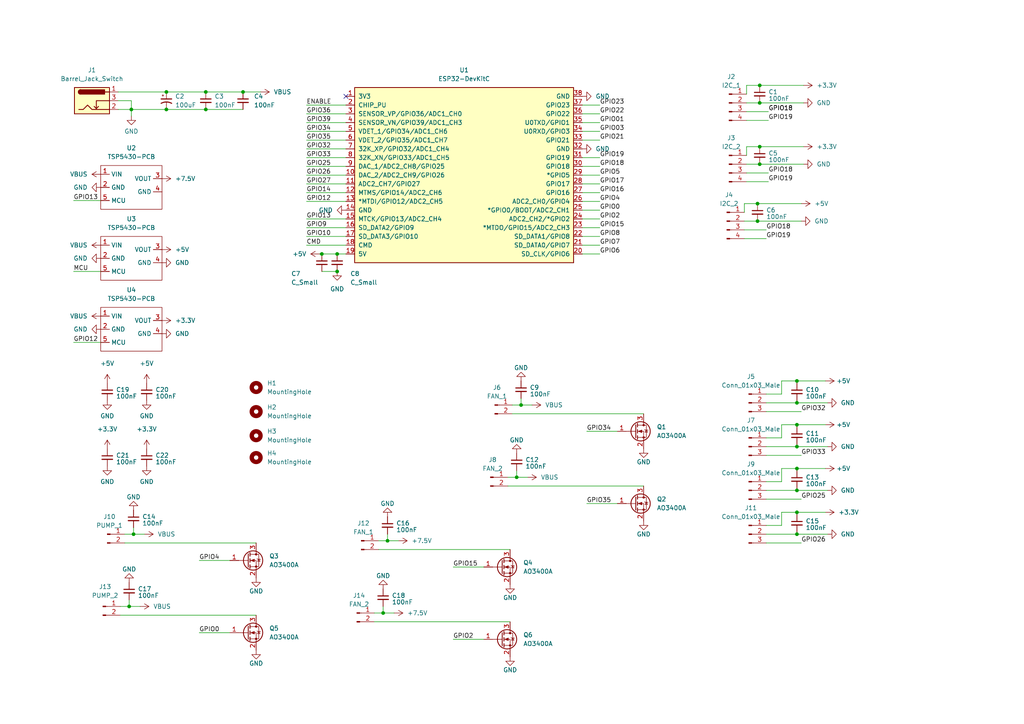
<source format=kicad_sch>
(kicad_sch (version 20211123) (generator eeschema)
  (paper "A4")
  (lib_symbols
    (symbol "#Wegner:TSP5430-PCB"
      (property "Reference" "U" (at 0 -8.89 0))
      (property "Value" "TSP5430-PCB" (at 0 8.89 0))
      (symbol "TSP5430-PCB_0_1"
        (rectangle (start -8.89 6.35) (end 8.89 -6.35))
      )
      (symbol "TSP5430-PCB_1_1"
        (pin input line (at -8.89 3.81 0) (length 2.54) (name "VIN") (number "1"))
        (pin input line (at -8.89 0 0) (length 2.54) (name "GND") (number "2"))
        (pin output line (at 8.89 2.54 180) (length 2.54) (name "VOUT") (number "3"))
        (pin output line (at 8.89 -1.27 180) (length 2.54) (name "GND") (number "4"))
        (pin input line (at -8.89 -3.81 0) (length 2.54) (name "MCU") (number "5"))
      )
    )
    (symbol "Connector:Barrel_Jack_Switch" (pin_names hide)
      (property "Reference" "J" (at 0 5.334 0))
      (property "Value" "Barrel_Jack_Switch" (at 0 -5.08 0))
      (symbol "Barrel_Jack_Switch_0_1"
        (rectangle (start -5.08 3.81) (end 5.08 -3.81) (stroke (width 0.254)) (fill (type background)))
        (arc (start -3.302 3.175) (mid -3.937 2.54) (end -3.302 1.905) (stroke (width 0.254)))
        (arc (start -3.302 3.175) (mid -3.937 2.54) (end -3.302 1.905) (stroke (width 0.254)) (fill (type outline)))
        (polyline (pts (xy 1.27 -2.286) (xy 1.905 -1.651)) (stroke (width 0.254)))
        (polyline (pts (xy 5.08 2.54) (xy 3.81 2.54)) (stroke (width 0.254)))
        (polyline (pts (xy 5.08 0) (xy 1.27 0) (xy 1.27 -2.286) (xy 0.635 -1.651)) (stroke (width 0.254)))
        (polyline (pts (xy -3.81 -2.54) (xy -2.54 -2.54) (xy -1.27 -1.27) (xy 0 -2.54) (xy 2.54 -2.54) (xy 5.08 -2.54)) (stroke (width 0.254)))
        (rectangle (start 3.683 3.175) (end -3.302 1.905) (stroke (width 0.254)) (fill (type outline)))
      )
      (symbol "Barrel_Jack_Switch_1_1"
        (pin passive line (at 7.62 2.54 180) (length 2.54) (name "~") (number "1"))
        (pin passive line (at 7.62 -2.54 180) (length 2.54) (name "~") (number "2"))
        (pin passive line (at 7.62 0 180) (length 2.54) (name "~") (number "3"))
      )
    )
    (symbol "Connector:Conn_01x02_Male" (pin_names (offset 1.016) hide)
      (property "Reference" "J" (at 0 2.54 0))
      (property "Value" "Conn_01x02_Male" (at 0 -5.08 0))
      (symbol "Conn_01x02_Male_1_1"
        (polyline (pts (xy 1.27 -2.54) (xy 0.8636 -2.54)) (stroke (width 0.1524)))
        (polyline (pts (xy 1.27 0) (xy 0.8636 0)) (stroke (width 0.1524)))
        (rectangle (start 0.8636 -2.413) (end 0 -2.667) (stroke (width 0.1524)) (fill (type outline)))
        (rectangle (start 0.8636 0.127) (end 0 -0.127) (stroke (width 0.1524)) (fill (type outline)))
        (pin passive line (at 5.08 0 180) (length 3.81) (name "Pin_1") (number "1"))
        (pin passive line (at 5.08 -2.54 180) (length 3.81) (name "Pin_2") (number "2"))
      )
    )
    (symbol "Connector:Conn_01x03_Male" (pin_names (offset 1.016) hide)
      (property "Reference" "J" (at 0 5.08 0))
      (property "Value" "Conn_01x03_Male" (at 0 -5.08 0))
      (symbol "Conn_01x03_Male_1_1"
        (polyline (pts (xy 1.27 -2.54) (xy 0.8636 -2.54)) (stroke (width 0.1524)))
        (polyline (pts (xy 1.27 0) (xy 0.8636 0)) (stroke (width 0.1524)))
        (polyline (pts (xy 1.27 2.54) (xy 0.8636 2.54)) (stroke (width 0.1524)))
        (rectangle (start 0.8636 -2.413) (end 0 -2.667) (stroke (width 0.1524)) (fill (type outline)))
        (rectangle (start 0.8636 0.127) (end 0 -0.127) (stroke (width 0.1524)) (fill (type outline)))
        (rectangle (start 0.8636 2.667) (end 0 2.413) (stroke (width 0.1524)) (fill (type outline)))
        (pin passive line (at 5.08 2.54 180) (length 3.81) (name "Pin_1") (number "1"))
        (pin passive line (at 5.08 0 180) (length 3.81) (name "Pin_2") (number "2"))
        (pin passive line (at 5.08 -2.54 180) (length 3.81) (name "Pin_3") (number "3"))
      )
    )
    (symbol "Connector:Conn_01x04_Male" (pin_names (offset 1.016) hide)
      (property "Reference" "J" (at 0 5.08 0))
      (property "Value" "Conn_01x04_Male" (at 0 -7.62 0))
      (symbol "Conn_01x04_Male_1_1"
        (polyline (pts (xy 1.27 -5.08) (xy 0.8636 -5.08)) (stroke (width 0.1524)))
        (polyline (pts (xy 1.27 -2.54) (xy 0.8636 -2.54)) (stroke (width 0.1524)))
        (polyline (pts (xy 1.27 0) (xy 0.8636 0)) (stroke (width 0.1524)))
        (polyline (pts (xy 1.27 2.54) (xy 0.8636 2.54)) (stroke (width 0.1524)))
        (rectangle (start 0.8636 -4.953) (end 0 -5.207) (stroke (width 0.1524)) (fill (type outline)))
        (rectangle (start 0.8636 -2.413) (end 0 -2.667) (stroke (width 0.1524)) (fill (type outline)))
        (rectangle (start 0.8636 0.127) (end 0 -0.127) (stroke (width 0.1524)) (fill (type outline)))
        (rectangle (start 0.8636 2.667) (end 0 2.413) (stroke (width 0.1524)) (fill (type outline)))
        (pin passive line (at 5.08 2.54 180) (length 3.81) (name "Pin_1") (number "1"))
        (pin passive line (at 5.08 0 180) (length 3.81) (name "Pin_2") (number "2"))
        (pin passive line (at 5.08 -2.54 180) (length 3.81) (name "Pin_3") (number "3"))
        (pin passive line (at 5.08 -5.08 180) (length 3.81) (name "Pin_4") (number "4"))
      )
    )
    (symbol "Device:C_Polarized_Small_US" (pin_numbers hide) (pin_names (offset 0.254) hide)
      (property "Reference" "C" (at 0.254 1.778 0))
      (property "Value" "C_Polarized_Small_US" (at 0.254 -2.032 0))
      (symbol "C_Polarized_Small_US_0_1"
        (polyline (pts (xy -1.524 0.508) (xy 1.524 0.508)) (stroke (width 0.3048)))
        (polyline (pts (xy -1.27 1.524) (xy -0.762 1.524)))
        (polyline (pts (xy -1.016 1.27) (xy -1.016 1.778)))
        (arc (start 1.524 -0.762) (mid 0 -0.3734) (end -1.524 -0.762) (stroke (width 0.3048)))
      )
      (symbol "C_Polarized_Small_US_1_1"
        (pin passive line (at 0 2.54 270) (length 2.032) (name "~") (number "1"))
        (pin passive line (at 0 -2.54 90) (length 2.032) (name "~") (number "2"))
      )
    )
    (symbol "Device:C_Small" (pin_numbers hide) (pin_names (offset 0.254) hide)
      (property "Reference" "C" (at 0.254 1.778 0))
      (property "Value" "C_Small" (at 0.254 -2.032 0))
      (symbol "C_Small_0_1"
        (polyline (pts (xy -1.524 -0.508) (xy 1.524 -0.508)) (stroke (width 0.3302)))
        (polyline (pts (xy -1.524 0.508) (xy 1.524 0.508)) (stroke (width 0.3048)))
      )
      (symbol "C_Small_1_1"
        (pin passive line (at 0 2.54 270) (length 2.032) (name "~") (number "1"))
        (pin passive line (at 0 -2.54 90) (length 2.032) (name "~") (number "2"))
      )
    )
    (symbol "ESP32:ESP32-DevKitC" (pin_names (offset 1.016))
      (property "Reference" "U" (at -30.48 30.48 0))
      (property "Value" "ESP32-DevKitC" (at -30.48 27.94 0))
      (symbol "ESP32-DevKitC_0_0"
        (pin power_in line (at -33.02 -10.16 0) (length 2.54) (name "GND") (number "14"))
        (pin power_in line (at -33.02 -22.86 0) (length 2.54) (name "5V") (number "19"))
      )
      (symbol "ESP32-DevKitC_0_1"
        (rectangle (start -30.48 25.4) (end 33.02 -25.4) (stroke (width 0.254)) (fill (type background)))
      )
      (symbol "ESP32-DevKitC_1_1"
        (pin power_in line (at -33.02 22.86 0) (length 2.54) (name "3V3") (number "1"))
        (pin bidirectional line (at -33.02 0 0) (length 2.54) (name "DAC_2/ADC2_CH9/GPIO26") (number "10"))
        (pin bidirectional line (at -33.02 -2.54 0) (length 2.54) (name "ADC2_CH7/GPIO27") (number "11"))
        (pin bidirectional line (at -33.02 -5.08 0) (length 2.54) (name "MTMS/GPIO14/ADC2_CH6") (number "12"))
        (pin bidirectional line (at -33.02 -7.62 0) (length 2.54) (name "*MTDI/GPIO12/ADC2_CH5") (number "13"))
        (pin bidirectional line (at -33.02 -12.7 0) (length 2.54) (name "MTCK/GPIO13/ADC2_CH4") (number "15"))
        (pin bidirectional line (at -33.02 -15.24 0) (length 2.54) (name "SD_DATA2/GPIO9") (number "16"))
        (pin bidirectional line (at -33.02 -17.78 0) (length 2.54) (name "SD_DATA3/GPIO10") (number "17"))
        (pin bidirectional line (at -33.02 -20.32 0) (length 2.54) (name "CMD") (number "18"))
        (pin input line (at -33.02 20.32 0) (length 2.54) (name "CHIP_PU") (number "2"))
        (pin bidirectional line (at 35.56 -22.86 180) (length 2.54) (name "SD_CLK/GPIO6") (number "20"))
        (pin bidirectional line (at 35.56 -20.32 180) (length 2.54) (name "SD_DATA0/GPIO7") (number "21"))
        (pin bidirectional line (at 35.56 -17.78 180) (length 2.54) (name "SD_DATA1/GPIO8") (number "22"))
        (pin bidirectional line (at 35.56 -15.24 180) (length 2.54) (name "*MTDO/GPIO15/ADC2_CH3") (number "23"))
        (pin bidirectional line (at 35.56 -12.7 180) (length 2.54) (name "ADC2_CH2/*GPIO2") (number "24"))
        (pin bidirectional line (at 35.56 -10.16 180) (length 2.54) (name "*GPIO0/BOOT/ADC2_CH1") (number "25"))
        (pin bidirectional line (at 35.56 -7.62 180) (length 2.54) (name "ADC2_CH0/GPIO4") (number "26"))
        (pin bidirectional line (at 35.56 -5.08 180) (length 2.54) (name "GPIO16") (number "27"))
        (pin bidirectional line (at 35.56 -2.54 180) (length 2.54) (name "GPIO17") (number "28"))
        (pin bidirectional line (at 35.56 0 180) (length 2.54) (name "*GPIO5") (number "29"))
        (pin input line (at -33.02 17.78 0) (length 2.54) (name "SENSOR_VP/GPIO36/ADC1_CH0") (number "3"))
        (pin bidirectional line (at 35.56 2.54 180) (length 2.54) (name "GPIO18") (number "30"))
        (pin bidirectional line (at 35.56 5.08 180) (length 2.54) (name "GPIO19") (number "31"))
        (pin power_in line (at 35.56 7.62 180) (length 2.54) (name "GND") (number "32"))
        (pin bidirectional line (at 35.56 10.16 180) (length 2.54) (name "GPIO21") (number "33"))
        (pin bidirectional line (at 35.56 12.7 180) (length 2.54) (name "U0RXD/GPIO3") (number "34"))
        (pin bidirectional line (at 35.56 15.24 180) (length 2.54) (name "U0TXD/GPIO1") (number "35"))
        (pin bidirectional line (at 35.56 17.78 180) (length 2.54) (name "GPIO22") (number "36"))
        (pin bidirectional line (at 35.56 20.32 180) (length 2.54) (name "GPIO23") (number "37"))
        (pin power_in line (at 35.56 22.86 180) (length 2.54) (name "GND") (number "38"))
        (pin input line (at -33.02 15.24 0) (length 2.54) (name "SENSOR_VN/GPIO39/ADC1_CH3") (number "4"))
        (pin input line (at -33.02 12.7 0) (length 2.54) (name "VDET_1/GPIO34/ADC1_CH6") (number "5"))
        (pin input line (at -33.02 10.16 0) (length 2.54) (name "VDET_2/GPIO35/ADC1_CH7") (number "6"))
        (pin bidirectional line (at -33.02 7.62 0) (length 2.54) (name "32K_XP/GPIO32/ADC1_CH4") (number "7"))
        (pin bidirectional line (at -33.02 5.08 0) (length 2.54) (name "32K_XN/GPIO33/ADC1_CH5") (number "8"))
        (pin bidirectional line (at -33.02 2.54 0) (length 2.54) (name "DAC_1/ADC2_CH8/GPIO25") (number "9"))
      )
    )
    (symbol "Mechanical:MountingHole" (pin_names (offset 1.016))
      (property "Reference" "H" (at 0 5.08 0))
      (property "Value" "MountingHole" (at 0 3.175 0))
      (symbol "MountingHole_0_1"
        (circle (center 0 0) (radius 1.27) (stroke (width 1.27)))
      )
    )
    (symbol "Transistor_FET:AO3400A" (pin_names hide)
      (property "Reference" "Q" (at 5.08 1.905 0))
      (property "Value" "AO3400A" (at 5.08 0 0))
      (symbol "AO3400A_0_1"
        (polyline (pts (xy 0.254 0) (xy -2.54 0)))
        (polyline (pts (xy 0.254 1.905) (xy 0.254 -1.905)) (stroke (width 0.254)))
        (polyline (pts (xy 0.762 -1.27) (xy 0.762 -2.286)) (stroke (width 0.254)))
        (polyline (pts (xy 0.762 0.508) (xy 0.762 -0.508)) (stroke (width 0.254)))
        (polyline (pts (xy 0.762 2.286) (xy 0.762 1.27)) (stroke (width 0.254)))
        (polyline (pts (xy 2.54 2.54) (xy 2.54 1.778)))
        (polyline (pts (xy 2.54 -2.54) (xy 2.54 0) (xy 0.762 0)))
        (polyline (pts (xy 0.762 -1.778) (xy 3.302 -1.778) (xy 3.302 1.778) (xy 0.762 1.778)))
        (polyline (pts (xy 1.016 0) (xy 2.032 0.381) (xy 2.032 -0.381) (xy 1.016 0)) (fill (type outline)))
        (polyline (pts (xy 2.794 0.508) (xy 2.921 0.381) (xy 3.683 0.381) (xy 3.81 0.254)))
        (polyline (pts (xy 3.302 0.381) (xy 2.921 -0.254) (xy 3.683 -0.254) (xy 3.302 0.381)))
        (circle (center 1.651 0) (radius 2.794) (stroke (width 0.254)))
        (circle (center 2.54 -1.778) (radius 0.254) (fill (type outline)))
        (circle (center 2.54 1.778) (radius 0.254) (fill (type outline)))
      )
      (symbol "AO3400A_1_1"
        (pin input line (at -5.08 0 0) (length 2.54) (name "G") (number "1"))
        (pin passive line (at 2.54 -5.08 90) (length 2.54) (name "S") (number "2"))
        (pin passive line (at 2.54 5.08 270) (length 2.54) (name "D") (number "3"))
      )
    )
    (symbol "power:+3.3V" (power) (pin_names (offset 0))
      (property "Value" "+3.3V" (at 0 3.556 0))
      (symbol "+3.3V_0_1"
        (polyline (pts (xy -0.762 1.27) (xy 0 2.54)))
        (polyline (pts (xy 0 0) (xy 0 2.54)))
        (polyline (pts (xy 0 2.54) (xy 0.762 1.27)))
      )
      (symbol "+3.3V_1_1"
        (pin power_in line (at 0 0 90) (length 0) hide (name "+3.3V") (number "1"))
      )
    )
    (symbol "power:+5V" (power) (pin_names (offset 0))
      (property "Value" "+5V" (at 0 3.556 0))
      (symbol "+5V_0_1"
        (polyline (pts (xy -0.762 1.27) (xy 0 2.54)))
        (polyline (pts (xy 0 0) (xy 0 2.54)))
        (polyline (pts (xy 0 2.54) (xy 0.762 1.27)))
      )
      (symbol "+5V_1_1"
        (pin power_in line (at 0 0 90) (length 0) hide (name "+5V") (number "1"))
      )
    )
    (symbol "power:+7.5V" (power) (pin_names (offset 0))
      (property "Value" "+7.5V" (at 0 3.556 0))
      (symbol "+7.5V_0_1"
        (polyline (pts (xy -0.762 1.27) (xy 0 2.54)))
        (polyline (pts (xy 0 0) (xy 0 2.54)))
        (polyline (pts (xy 0 2.54) (xy 0.762 1.27)))
      )
      (symbol "+7.5V_1_1"
        (pin power_in line (at 0 0 90) (length 0) hide (name "+7.5V") (number "1"))
      )
    )
    (symbol "power:GND" (power) (pin_names (offset 0))
      (property "Value" "GND" (at 0 -3.81 0))
      (symbol "GND_0_1"
        (polyline (pts (xy 0 0) (xy 0 -1.27) (xy 1.27 -1.27) (xy 0 -2.54) (xy -1.27 -1.27) (xy 0 -1.27)))
      )
      (symbol "GND_1_1"
        (pin power_in line (at 0 0 270) (length 0) hide (name "GND") (number "1"))
      )
    )
    (symbol "power:VBUS" (power) (pin_names (offset 0))
      (property "Value" "VBUS" (at 0 3.81 0))
      (symbol "VBUS_0_1"
        (polyline (pts (xy -0.762 1.27) (xy 0 2.54)))
        (polyline (pts (xy 0 0) (xy 0 2.54)))
        (polyline (pts (xy 0 2.54) (xy 0.762 1.27)))
      )
      (symbol "VBUS_1_1"
        (pin power_in line (at 0 0 90) (length 0) hide (name "VBUS") (number "1"))
      )
    )
  )
  (junction (at 220.345 24.765))
  (junction (at 59.69 26.67))
  (junction (at 97.79 73.66))
  (junction (at 149.86 138.43))
  (junction (at 231.14 123.19))
  (junction (at 97.79 78.74))
  (junction (at 219.71 64.135))
  (junction (at 231.14 110.49))
  (junction (at 111.125 177.8))
  (junction (at 70.485 26.67))
  (junction (at 93.345 73.66))
  (junction (at 231.14 142.24))
  (junction (at 231.14 154.94))
  (junction (at 151.13 117.475))
  (junction (at 38.735 154.94))
  (junction (at 220.345 42.545))
  (junction (at 220.345 47.625))
  (junction (at 231.14 148.59))
  (junction (at 112.395 156.845))
  (junction (at 38.1 31.75))
  (junction (at 220.345 29.845))
  (junction (at 231.14 116.84))
  (junction (at 48.26 31.75))
  (junction (at 231.14 135.89))
  (junction (at 48.26 26.67))
  (junction (at 231.14 129.54))
  (junction (at 37.465 175.895))
  (junction (at 219.71 59.055))
  (junction (at 59.69 31.75))
  (no_connect (at 100.33 27.94))
  (wire (pts (xy 147.32 140.97) (xy 186.69 140.97)))
  (wire (pts (xy 88.9 63.5) (xy 100.33 63.5)))
  (wire (pts (xy 168.91 45.72) (xy 173.99 45.72)))
  (wire (pts (xy 231.14 154.305) (xy 231.14 154.94)))
  (wire (pts (xy 216.535 32.385) (xy 222.885 32.385)))
  (wire (pts (xy 168.91 60.96) (xy 173.99 60.96)))
  (wire (pts (xy 168.91 40.64) (xy 173.99 40.64)))
  (wire (pts (xy 168.91 71.12) (xy 173.99 71.12)))
  (wire (pts (xy 34.925 178.435) (xy 74.295 178.435)))
  (wire (pts (xy 147.32 138.43) (xy 149.86 138.43)))
  (wire (pts (xy 231.14 123.825) (xy 231.14 123.19)))
  (wire (pts (xy 108.585 180.34) (xy 147.955 180.34)))
  (wire (pts (xy 226.695 110.49) (xy 231.14 110.49)))
  (wire (pts (xy 36.195 154.94) (xy 38.735 154.94)))
  (wire (pts (xy 240.03 154.94) (xy 231.14 154.94)))
  (wire (pts (xy 70.485 26.67) (xy 75.565 26.67)))
  (wire (pts (xy 88.9 45.72) (xy 100.33 45.72)))
  (wire (pts (xy 21.336 78.74) (xy 29.21 78.74)))
  (wire (pts (xy 226.695 139.7) (xy 226.695 135.89)))
  (wire (pts (xy 168.91 53.34) (xy 173.99 53.34)))
  (wire (pts (xy 240.03 142.24) (xy 231.14 142.24)))
  (wire (pts (xy 168.91 33.02) (xy 173.99 33.02)))
  (wire (pts (xy 131.445 164.465) (xy 140.335 164.465)))
  (wire (pts (xy 219.71 64.135) (xy 232.41 64.135)))
  (wire (pts (xy 220.345 42.545) (xy 233.045 42.545)))
  (wire (pts (xy 168.91 73.66) (xy 173.99 73.66)))
  (wire (pts (xy 231.14 135.89) (xy 239.395 135.89)))
  (wire (pts (xy 109.855 159.385) (xy 147.955 159.385)))
  (wire (pts (xy 222.25 157.48) (xy 232.41 157.48)))
  (wire (pts (xy 59.69 26.67) (xy 70.485 26.67)))
  (wire (pts (xy 88.9 48.26) (xy 100.33 48.26)))
  (wire (pts (xy 88.9 66.04) (xy 100.33 66.04)))
  (wire (pts (xy 108.585 177.8) (xy 111.125 177.8)))
  (wire (pts (xy 88.9 33.02) (xy 100.33 33.02)))
  (wire (pts (xy 216.535 24.765) (xy 216.535 27.305)))
  (wire (pts (xy 37.465 175.895) (xy 40.64 175.895)))
  (wire (pts (xy 226.695 148.59) (xy 231.14 148.59)))
  (wire (pts (xy 21.336 58.166) (xy 29.21 58.166)))
  (wire (pts (xy 34.29 29.21) (xy 38.1 29.21)))
  (wire (pts (xy 168.91 50.8) (xy 173.99 50.8)))
  (wire (pts (xy 149.86 138.43) (xy 153.035 138.43)))
  (wire (pts (xy 151.13 117.475) (xy 154.305 117.475)))
  (wire (pts (xy 88.9 40.64) (xy 100.33 40.64)))
  (wire (pts (xy 168.91 35.56) (xy 173.99 35.56)))
  (wire (pts (xy 112.395 154.94) (xy 112.395 156.845)))
  (wire (pts (xy 226.695 123.19) (xy 231.14 123.19)))
  (wire (pts (xy 111.125 175.895) (xy 111.125 177.8)))
  (wire (pts (xy 219.71 59.055) (xy 232.41 59.055)))
  (wire (pts (xy 38.735 154.94) (xy 41.91 154.94)))
  (wire (pts (xy 88.9 30.48) (xy 100.33 30.48)))
  (wire (pts (xy 222.25 114.3) (xy 226.695 114.3)))
  (wire (pts (xy 57.785 162.56) (xy 66.675 162.56)))
  (wire (pts (xy 170.18 125.095) (xy 179.07 125.095)))
  (wire (pts (xy 88.9 38.1) (xy 100.33 38.1)))
  (wire (pts (xy 231.14 136.525) (xy 231.14 135.89)))
  (wire (pts (xy 215.9 59.055) (xy 219.71 59.055)))
  (wire (pts (xy 220.345 29.845) (xy 233.045 29.845)))
  (wire (pts (xy 226.695 114.3) (xy 226.695 110.49)))
  (wire (pts (xy 216.535 29.845) (xy 220.345 29.845)))
  (wire (pts (xy 168.91 68.58) (xy 173.99 68.58)))
  (wire (pts (xy 59.69 31.75) (xy 70.485 31.75)))
  (wire (pts (xy 222.25 132.08) (xy 232.41 132.08)))
  (wire (pts (xy 231.14 141.605) (xy 231.14 142.24)))
  (wire (pts (xy 38.1 31.75) (xy 38.1 33.655)))
  (wire (pts (xy 88.9 35.56) (xy 100.33 35.56)))
  (wire (pts (xy 109.855 156.845) (xy 112.395 156.845)))
  (wire (pts (xy 216.535 52.705) (xy 222.885 52.705)))
  (wire (pts (xy 48.26 26.67) (xy 59.69 26.67)))
  (wire (pts (xy 111.125 177.8) (xy 114.3 177.8)))
  (wire (pts (xy 222.25 139.7) (xy 226.695 139.7)))
  (wire (pts (xy 93.345 78.74) (xy 97.79 78.74)))
  (wire (pts (xy 88.9 50.8) (xy 100.33 50.8)))
  (wire (pts (xy 148.59 120.015) (xy 186.69 120.015)))
  (wire (pts (xy 168.91 38.1) (xy 173.99 38.1)))
  (wire (pts (xy 93.345 73.66) (xy 97.79 73.66)))
  (wire (pts (xy 222.25 154.94) (xy 231.14 154.94)))
  (wire (pts (xy 222.25 152.4) (xy 226.695 152.4)))
  (wire (pts (xy 34.29 26.67) (xy 48.26 26.67)))
  (wire (pts (xy 222.25 144.78) (xy 232.41 144.78)))
  (wire (pts (xy 216.535 42.545) (xy 216.535 45.085)))
  (wire (pts (xy 215.9 64.135) (xy 219.71 64.135)))
  (wire (pts (xy 38.735 153.035) (xy 38.735 154.94)))
  (wire (pts (xy 88.9 71.12) (xy 100.33 71.12)))
  (wire (pts (xy 168.91 66.04) (xy 173.99 66.04)))
  (wire (pts (xy 216.535 42.545) (xy 220.345 42.545)))
  (wire (pts (xy 220.345 47.625) (xy 233.045 47.625)))
  (wire (pts (xy 240.03 129.54) (xy 231.14 129.54)))
  (wire (pts (xy 240.03 116.84) (xy 231.14 116.84)))
  (wire (pts (xy 215.9 59.055) (xy 215.9 61.595)))
  (wire (pts (xy 222.25 129.54) (xy 231.14 129.54)))
  (wire (pts (xy 215.9 66.675) (xy 222.25 66.675)))
  (wire (pts (xy 88.9 53.34) (xy 100.33 53.34)))
  (wire (pts (xy 231.14 148.59) (xy 239.395 148.59)))
  (wire (pts (xy 226.695 152.4) (xy 226.695 148.59)))
  (wire (pts (xy 168.91 58.42) (xy 173.99 58.42)))
  (wire (pts (xy 168.91 55.88) (xy 173.99 55.88)))
  (wire (pts (xy 48.26 31.75) (xy 38.1 31.75)))
  (wire (pts (xy 226.695 127) (xy 226.695 123.19)))
  (wire (pts (xy 216.535 24.765) (xy 220.345 24.765)))
  (wire (pts (xy 38.1 29.21) (xy 38.1 31.75)))
  (wire (pts (xy 216.535 47.625) (xy 220.345 47.625)))
  (wire (pts (xy 131.445 185.42) (xy 140.335 185.42)))
  (wire (pts (xy 231.14 128.905) (xy 231.14 129.54)))
  (wire (pts (xy 57.785 183.515) (xy 66.675 183.515)))
  (wire (pts (xy 151.13 115.57) (xy 151.13 117.475)))
  (wire (pts (xy 222.25 127) (xy 226.695 127)))
  (wire (pts (xy 226.695 135.89) (xy 231.14 135.89)))
  (wire (pts (xy 92.71 73.66) (xy 93.345 73.66)))
  (wire (pts (xy 149.86 136.525) (xy 149.86 138.43)))
  (wire (pts (xy 231.14 149.225) (xy 231.14 148.59)))
  (wire (pts (xy 37.465 173.99) (xy 37.465 175.895)))
  (wire (pts (xy 112.395 156.845) (xy 115.57 156.845)))
  (wire (pts (xy 34.925 175.895) (xy 37.465 175.895)))
  (wire (pts (xy 222.25 119.38) (xy 232.41 119.38)))
  (wire (pts (xy 231.14 123.19) (xy 239.395 123.19)))
  (wire (pts (xy 148.59 117.475) (xy 151.13 117.475)))
  (wire (pts (xy 88.9 43.18) (xy 100.33 43.18)))
  (wire (pts (xy 168.91 63.5) (xy 173.99 63.5)))
  (wire (pts (xy 21.336 99.314) (xy 29.21 99.314)))
  (wire (pts (xy 168.91 30.48) (xy 173.99 30.48)))
  (wire (pts (xy 36.195 157.48) (xy 74.295 157.48)))
  (wire (pts (xy 88.9 55.88) (xy 100.33 55.88)))
  (wire (pts (xy 170.18 146.05) (xy 179.07 146.05)))
  (wire (pts (xy 231.14 116.205) (xy 231.14 116.84)))
  (wire (pts (xy 88.9 68.58) (xy 100.33 68.58)))
  (wire (pts (xy 231.14 111.125) (xy 231.14 110.49)))
  (wire (pts (xy 220.345 24.765) (xy 233.045 24.765)))
  (wire (pts (xy 231.14 110.49) (xy 239.395 110.49)))
  (wire (pts (xy 222.25 116.84) (xy 231.14 116.84)))
  (wire (pts (xy 38.1 31.75) (xy 34.29 31.75)))
  (wire (pts (xy 59.69 31.75) (xy 48.26 31.75)))
  (wire (pts (xy 222.25 142.24) (xy 231.14 142.24)))
  (wire (pts (xy 97.79 73.66) (xy 100.33 73.66)))
  (wire (pts (xy 216.535 34.925) (xy 222.885 34.925)))
  (wire (pts (xy 168.91 48.26) (xy 173.99 48.26)))
  (wire (pts (xy 216.535 50.165) (xy 222.885 50.165)))
  (wire (pts (xy 215.9 69.215) (xy 222.25 69.215)))
  (wire (pts (xy 88.9 58.42) (xy 100.33 58.42)))
  (label "GPIO12" (at 21.336 99.314 0))
  (label "GPIO19" (at 222.885 34.925 0))
  (label "GPIO35" (at 88.9 40.64 0))
  (label "GPIO4" (at 173.99 58.42 0))
  (label "GPIO26" (at 88.9 50.8 0))
  (label "GPIO16" (at 173.99 55.88 0))
  (label "GPIO19" (at 173.99 45.72 0))
  (label "GPIO19" (at 222.25 69.215 0))
  (label "GPIO18" (at 222.885 32.385 0))
  (label "CMD" (at 88.9 71.12 0))
  (label "GPIO2" (at 173.99 63.5 0))
  (label "GPIO0" (at 173.99 60.96 0))
  (label "GPIO03" (at 173.99 38.1 0))
  (label "GPIO4" (at 57.785 162.56 0))
  (label "GPIO32" (at 88.9 43.18 0))
  (label "GPIO10" (at 88.9 68.58 0))
  (label "GPIO2" (at 131.445 185.42 0))
  (label "GPIO33" (at 232.41 132.08 0))
  (label "GPIO7" (at 173.99 71.12 0))
  (label "ENABLE" (at 88.9 30.48 0))
  (label "MCU" (at 21.336 78.74 0))
  (label "GPIO21" (at 173.99 40.64 0))
  (label "GPIO23" (at 173.99 30.48 0))
  (label "GPIO12" (at 88.9 58.42 0))
  (label "GPIO5" (at 173.99 50.8 0))
  (label "GPIO18" (at 222.25 66.675 0))
  (label "GPIO01" (at 173.99 35.56 0))
  (label "GPIO9" (at 88.9 66.04 0))
  (label "GPIO6" (at 173.99 73.66 0))
  (label "GPIO13" (at 21.336 58.166 0))
  (label "GPIO35" (at 170.18 146.05 0))
  (label "GPIO26" (at 232.41 157.48 0))
  (label "GPIO18" (at 173.99 48.26 0))
  (label "GPIO27" (at 88.9 53.34 0))
  (label "GPIO34" (at 88.9 38.1 0))
  (label "GPIO8" (at 173.99 68.58 0))
  (label "GPIO15" (at 173.99 66.04 0))
  (label "GPIO0" (at 57.785 183.515 0))
  (label "GPIO19" (at 222.885 52.705 0))
  (label "GPIO18" (at 222.885 32.385 0))
  (label "GPIO39" (at 88.9 35.56 0))
  (label "GPIO17" (at 173.99 53.34 0))
  (label "GPIO13" (at 88.9 63.5 0))
  (label "GPIO32" (at 232.41 119.38 0))
  (label "GPIO25" (at 88.9 48.26 0))
  (label "GPIO36" (at 88.9 33.02 0))
  (label "GPIO33" (at 88.9 45.72 0))
  (label "GPIO25" (at 232.41 144.78 0))
  (label "GPIO14" (at 88.9 55.88 0))
  (label "GPIO22" (at 173.99 33.02 0))
  (label "GPIO18" (at 222.885 50.165 0))
  (label "GPIO34" (at 170.18 125.095 0))
  (label "GPIO15" (at 131.445 164.465 0))
  (symbol (lib_id "Mechanical:MountingHole") (at 74.295 132.715 0) (unit 1)
    (property "Reference" "H4" (at 77.47 131.4449 0) (effects (justify left)))
    (property "Value" "MountingHole" (at 77.47 133.9849 0) (effects (justify left)))
    (property "Footprint" "MountingHole:MountingHole_2.5mm_Pad" (effects hide))
  )
  (symbol (lib_id "power:GND") (at 100.33 60.96 270) (unit 1)
    (property "Reference" "#PWR013" (effects hide))
    (property "Value" "GND" (at 96.52 60.9599 90) (effects (justify right)))
  )
  (symbol (lib_id "power:VBUS") (at 29.21 71.12 90) (unit 1)
    (property "Reference" "#PWR015" (effects hide))
    (property "Value" "VBUS" (at 25.4 71.1199 90) (effects (justify left)))
  )
  (symbol (lib_id "Device:C_Small") (at 231.14 113.665 0) (unit 1)
    (property "Reference" "C10" (at 233.68 113.03 0) (effects (justify left)))
    (property "Value" "100nF" (at 233.68 114.9412 0) (effects (justify left)))
    (property "Footprint" "Bloomer_Library:0805-1206Capacitor" (effects hide))
  )
  (symbol (lib_id "power:GND") (at 233.045 47.625 90) (unit 1)
    (property "Reference" "#PWR08" (effects hide))
    (property "Value" "GND" (at 236.855 47.6249 90) (effects (justify right)))
  )
  (symbol (lib_id "power:+7.5V") (at 115.57 156.845 270) (unit 1)
    (property "Reference" "#PWR042" (effects hide))
    (property "Value" "+7.5V" (at 119.38 156.8449 90) (effects (justify left)))
  )
  (symbol (lib_id "power:GND") (at 112.395 149.86 180) (unit 1)
    (property "Reference" "#PWR038" (effects hide))
    (property "Value" "GND" (at 112.395 146.05 0))
  )
  (symbol (lib_id "power:+3.3V") (at 42.545 130.175 0) (unit 1)
    (property "Reference" "#PWR053" (effects hide))
    (property "Value" "+3.3V" (at 42.545 124.46 0))
  )
  (symbol (lib_id "Device:C_Small") (at 149.86 133.985 0) (unit 1)
    (property "Reference" "C12" (at 152.4 133.35 0) (effects (justify left)))
    (property "Value" "100nF" (at 152.4 135.2612 0) (effects (justify left)))
    (property "Footprint" "Bloomer_Library:0805-1206Capacitor" (effects hide))
  )
  (symbol (lib_id "Device:C_Small") (at 219.71 61.595 0) (unit 1)
    (property "Reference" "C6" (at 222.25 60.96 0) (effects (justify left)))
    (property "Value" "100nF" (at 222.25 62.8712 0) (effects (justify left)))
    (property "Footprint" "Bloomer_Library:0805-1206Capacitor" (effects hide))
  )
  (symbol (lib_id "#Wegner:TSP5430-PCB") (at 38.1 74.93 0) (unit 1)
    (property "Reference" "U3" (at 38.1 63.5 0))
    (property "Value" "TSP5430-PCB" (at 38.1 66.04 0))
    (property "Footprint" "Bloomer_Library:TPS5430-REV3" (effects hide))
  )
  (symbol (lib_id "power:GND") (at 186.69 130.175 0) (unit 1)
    (property "Reference" "#PWR031" (effects hide))
    (property "Value" "GND" (at 186.69 133.985 0))
  )
  (symbol (lib_id "power:VBUS") (at 29.21 50.546 90) (unit 1)
    (property "Reference" "#PWR09" (effects hide))
    (property "Value" "VBUS" (at 25.4 50.5459 90) (effects (justify left)))
  )
  (symbol (lib_id "Device:C_Small") (at 231.14 126.365 0) (unit 1)
    (property "Reference" "C11" (at 233.68 125.73 0) (effects (justify left)))
    (property "Value" "100nF" (at 233.68 127.6412 0) (effects (justify left)))
    (property "Footprint" "Bloomer_Library:0805-1206Capacitor" (effects hide))
  )
  (symbol (lib_id "Device:C_Small") (at 37.465 171.45 0) (unit 1)
    (property "Reference" "C17" (at 40.005 170.815 0) (effects (justify left)))
    (property "Value" "100nF" (at 40.005 172.7262 0) (effects (justify left)))
    (property "Footprint" "Bloomer_Library:0805-1206Capacitor" (effects hide))
  )
  (symbol (lib_id "Device:C_Small") (at 93.345 76.2 0) (unit 1)
    (property "Reference" "C7" (at 84.455 79.375 0) (effects (justify left)))
    (property "Value" "C_Small" (at 84.455 81.915 0) (effects (justify left)))
    (property "Footprint" "Bloomer_Library:0805-1206Capacitor" (effects hide))
  )
  (symbol (lib_id "Connector:Conn_01x03_Male") (at 217.17 142.24 0) (unit 1)
    (property "Reference" "J9" (at 217.805 134.62 0))
    (property "Value" "Conn_01x03_Male" (at 217.805 137.16 0))
    (property "Footprint" "Connector_JST:JST_XH_B3B-XH-A_1x03_P2.50mm_Vertical" (effects hide))
  )
  (symbol (lib_id "power:VBUS") (at 29.21 91.694 90) (unit 1)
    (property "Reference" "#PWR021" (effects hide))
    (property "Value" "VBUS" (at 25.4 91.6939 90) (effects (justify left)))
  )
  (symbol (lib_id "power:VBUS") (at 41.91 154.94 270) (unit 1)
    (property "Reference" "#PWR040" (effects hide))
    (property "Value" "VBUS" (at 45.72 154.9399 90) (effects (justify left)))
  )
  (symbol (lib_id "power:GND") (at 31.115 116.205 0) (unit 1)
    (property "Reference" "#PWR033" (effects hide))
    (property "Value" "GND" (at 31.115 120.65 0))
  )
  (symbol (lib_id "Device:C_Small") (at 31.115 113.665 0) (unit 1)
    (property "Reference" "C19" (at 33.655 113.03 0) (effects (justify left)))
    (property "Value" "100nF" (at 33.655 114.9412 0) (effects (justify left)))
    (property "Footprint" "Bloomer_Library:0805-1206Capacitor" (effects hide))
  )
  (symbol (lib_id "power:+5V") (at 239.395 135.89 270) (unit 1)
    (property "Reference" "#PWR0103" (effects hide))
    (property "Value" "+5V" (at 242.57 135.8899 90) (effects (justify left)))
  )
  (symbol (lib_id "power:+5V") (at 239.395 110.49 270) (unit 1)
    (property "Reference" "#PWR0101" (effects hide))
    (property "Value" "+5V" (at 242.57 110.4899 90) (effects (justify left)))
  )
  (symbol (lib_id "power:+3.3V") (at 31.115 130.175 0) (unit 1)
    (property "Reference" "#PWR052" (effects hide))
    (property "Value" "+3.3V" (at 31.115 124.46 0))
  )
  (symbol (lib_id "Device:C_Small") (at 231.14 151.765 0) (unit 1)
    (property "Reference" "C15" (at 233.68 151.13 0) (effects (justify left)))
    (property "Value" "100nF" (at 233.68 153.0412 0) (effects (justify left)))
    (property "Footprint" "Bloomer_Library:0805-1206Capacitor" (effects hide))
  )
  (symbol (lib_id "power:GND") (at 151.13 110.49 180) (unit 1)
    (property "Reference" "#PWR025" (effects hide))
    (property "Value" "GND" (at 151.13 106.68 0))
  )
  (symbol (lib_id "power:GND") (at 233.045 29.845 90) (unit 1)
    (property "Reference" "#PWR04" (effects hide))
    (property "Value" "GND" (at 236.855 29.8449 90) (effects (justify right)))
  )
  (symbol (lib_id "power:GND") (at 46.99 96.774 90) (unit 1)
    (property "Reference" "#PWR024" (effects hide))
    (property "Value" "GND" (at 50.8 96.7739 90) (effects (justify right)))
  )
  (symbol (lib_id "power:+5V") (at 92.71 73.66 90) (unit 1)
    (property "Reference" "#PWR017" (effects hide))
    (property "Value" "+5V" (at 88.9 73.6599 90) (effects (justify left)))
  )
  (symbol (lib_id "power:GND") (at 38.1 33.655 0) (unit 1)
    (property "Reference" "#PWR05" (effects hide))
    (property "Value" "GND" (at 38.1 38.1 0))
  )
  (symbol (lib_id "power:+7.5V") (at 114.3 177.8 270) (unit 1)
    (property "Reference" "#PWR048" (effects hide))
    (property "Value" "+7.5V" (at 118.11 177.7999 90) (effects (justify left)))
  )
  (symbol (lib_id "Connector:Conn_01x02_Male") (at 104.775 156.845 0) (unit 1)
    (property "Reference" "J12" (at 105.41 151.765 0))
    (property "Value" "FAN_1" (at 105.41 154.305 0))
    (property "Footprint" "Connector_JST:JST_XH_B2B-XH-A_1x02_P2.50mm_Vertical" (effects hide))
  )
  (symbol (lib_id "Device:C_Small") (at 97.79 76.2 0) (unit 1)
    (property "Reference" "C8" (at 101.6 79.375 0) (effects (justify left)))
    (property "Value" "C_Small" (at 101.6 81.915 0) (effects (justify left)))
    (property "Footprint" "Bloomer_Library:0805-1206Capacitor" (effects hide))
  )
  (symbol (lib_id "Mechanical:MountingHole") (at 74.295 119.38 0) (unit 1)
    (property "Reference" "H2" (at 77.47 118.1099 0) (effects (justify left)))
    (property "Value" "MountingHole" (at 77.47 120.6499 0) (effects (justify left)))
    (property "Footprint" "MountingHole:MountingHole_2.5mm_Pad" (effects hide))
  )
  (symbol (lib_id "power:VBUS") (at 75.565 26.67 270) (unit 1)
    (property "Reference" "#PWR02" (effects hide))
    (property "Value" "VBUS" (at 79.375 26.6699 90) (effects (justify left)))
  )
  (symbol (lib_id "Device:C_Small") (at 111.125 173.355 0) (unit 1)
    (property "Reference" "C18" (at 113.665 172.72 0) (effects (justify left)))
    (property "Value" "100nF" (at 113.665 174.6312 0) (effects (justify left)))
    (property "Footprint" "Bloomer_Library:0805-1206Capacitor" (effects hide))
  )
  (symbol (lib_id "Connector:Conn_01x03_Male") (at 217.17 129.54 0) (unit 1)
    (property "Reference" "J7" (at 217.805 121.92 0))
    (property "Value" "Conn_01x03_Male" (at 217.805 124.46 0))
    (property "Footprint" "Connector_JST:JST_XH_B3B-XH-A_1x03_P2.50mm_Vertical" (effects hide))
  )
  (symbol (lib_id "Transistor_FET:AO3400A") (at 184.15 146.05 0) (unit 1)
    (property "Reference" "Q2" (at 190.5 144.7799 0) (effects (justify left)))
    (property "Value" "AO3400A" (at 190.5 147.3199 0) (effects (justify left)))
    (property "Footprint" "Package_TO_SOT_SMD:SOT-23" (effects hide))
    (property "Datasheet" "http://www.aosmd.com/pdfs/datasheet/AO3400A.pdf" (effects hide))
  )
  (symbol (lib_id "power:+5V") (at 42.545 111.125 0) (unit 1)
    (property "Reference" "#PWR029" (effects hide))
    (property "Value" "+5V" (at 42.545 105.41 0))
  )
  (symbol (lib_id "power:GND") (at 240.03 129.54 90) (unit 1)
    (property "Reference" "#PWR030" (effects hide))
    (property "Value" "GND" (at 243.84 129.5399 90) (effects (justify right)))
  )
  (symbol (lib_id "Connector:Conn_01x04_Male") (at 210.82 64.135 0) (unit 1)
    (property "Reference" "J4" (at 211.455 56.515 0))
    (property "Value" "I2C_2" (at 211.455 59.055 0))
    (property "Footprint" "Connector_JST:JST_XH_B4B-XH-A_1x04_P2.50mm_Vertical" (effects hide))
  )
  (symbol (lib_id "power:GND") (at 168.91 27.94 90) (unit 1)
    (property "Reference" "#PWR03" (effects hide))
    (property "Value" "GND" (at 172.72 27.9399 90) (effects (justify right)))
  )
  (symbol (lib_id "power:+7.5V") (at 46.99 51.816 270) (unit 1)
    (property "Reference" "#PWR010" (effects hide))
    (property "Value" "+7.5V" (at 50.8 51.8159 90) (effects (justify left)))
  )
  (symbol (lib_id "power:+5V") (at 46.99 72.39 270) (unit 1)
    (property "Reference" "#PWR016" (effects hide))
    (property "Value" "+5V" (at 50.8 72.3899 90) (effects (justify left)))
  )
  (symbol (lib_id "Transistor_FET:AO3400A") (at 71.755 162.56 0) (unit 1)
    (property "Reference" "Q3" (at 78.105 161.2899 0) (effects (justify left)))
    (property "Value" "AO3400A" (at 78.105 163.8299 0) (effects (justify left)))
    (property "Footprint" "Package_TO_SOT_SMD:SOT-23" (effects hide))
    (property "Datasheet" "http://www.aosmd.com/pdfs/datasheet/AO3400A.pdf" (effects hide))
  )
  (symbol (lib_id "power:+5V") (at 239.395 123.19 270) (unit 1)
    (property "Reference" "#PWR0102" (effects hide))
    (property "Value" "+5V" (at 242.57 123.1899 90) (effects (justify left)))
  )
  (symbol (lib_id "Transistor_FET:AO3400A") (at 145.415 164.465 0) (unit 1)
    (property "Reference" "Q4" (at 151.765 163.1949 0) (effects (justify left)))
    (property "Value" "AO3400A" (at 151.765 165.7349 0) (effects (justify left)))
    (property "Footprint" "Package_TO_SOT_SMD:SOT-23" (effects hide))
    (property "Datasheet" "http://www.aosmd.com/pdfs/datasheet/AO3400A.pdf" (effects hide))
  )
  (symbol (lib_id "power:VBUS") (at 40.64 175.895 270) (unit 1)
    (property "Reference" "#PWR047" (effects hide))
    (property "Value" "VBUS" (at 44.45 175.8949 90) (effects (justify left)))
  )
  (symbol (lib_id "power:GND") (at 37.465 168.91 180) (unit 1)
    (property "Reference" "#PWR044" (effects hide))
    (property "Value" "GND" (at 37.465 165.1 0))
  )
  (symbol (lib_id "Device:C_Small") (at 42.545 113.665 0) (unit 1)
    (property "Reference" "C20" (at 45.085 113.03 0) (effects (justify left)))
    (property "Value" "100nF" (at 45.085 114.9412 0) (effects (justify left)))
    (property "Footprint" "Bloomer_Library:0805-1206Capacitor" (effects hide))
  )
  (symbol (lib_id "Transistor_FET:AO3400A") (at 145.415 185.42 0) (unit 1)
    (property "Reference" "Q6" (at 151.765 184.1499 0) (effects (justify left)))
    (property "Value" "AO3400A" (at 151.765 186.6899 0) (effects (justify left)))
    (property "Footprint" "Package_TO_SOT_SMD:SOT-23" (effects hide))
    (property "Datasheet" "http://www.aosmd.com/pdfs/datasheet/AO3400A.pdf" (effects hide))
  )
  (symbol (lib_id "power:GND") (at 46.99 76.2 90) (unit 1)
    (property "Reference" "#PWR019" (effects hide))
    (property "Value" "GND" (at 50.8 76.1999 90) (effects (justify right)))
  )
  (symbol (lib_id "Device:C_Small") (at 59.69 29.21 0) (unit 1)
    (property "Reference" "C3" (at 62.23 27.9462 0) (effects (justify left)))
    (property "Value" "100nF" (at 62.23 30.4862 0) (effects (justify left)))
    (property "Footprint" "Bloomer_Library:0805-1206Capacitor" (effects hide))
  )
  (symbol (lib_id "Device:C_Small") (at 220.345 27.305 0) (unit 1)
    (property "Reference" "C1" (at 222.885 26.67 0) (effects (justify left)))
    (property "Value" "100nF" (at 222.885 28.5812 0) (effects (justify left)))
    (property "Footprint" "Bloomer_Library:0805-1206Capacitor" (effects hide))
  )
  (symbol (lib_id "Device:C_Polarized_Small_US") (at 48.26 29.21 0) (unit 1)
    (property "Reference" "C2" (at 50.8 27.94 0) (effects (justify left)))
    (property "Value" "100uF" (at 50.8 30.48 0) (effects (justify left)))
    (property "Footprint" "Capacitor_THT:CP_Radial_D8.0mm_P3.50mm" (effects hide))
  )
  (symbol (lib_id "#Wegner:TSP5430-PCB") (at 38.1 54.356 0) (unit 1)
    (property "Reference" "U2" (at 38.1 42.926 0))
    (property "Value" "TSP5430-PCB" (at 38.1 45.466 0))
    (property "Footprint" "Bloomer_Library:TPS5430-REV3" (effects hide))
  )
  (symbol (lib_id "power:GND") (at 240.03 116.84 90) (unit 1)
    (property "Reference" "#PWR027" (effects hide))
    (property "Value" "GND" (at 243.84 116.8399 90) (effects (justify right)))
  )
  (symbol (lib_id "power:VBUS") (at 153.035 138.43 270) (unit 1)
    (property "Reference" "#PWR034" (effects hide))
    (property "Value" "VBUS" (at 156.845 138.4299 90) (effects (justify left)))
  )
  (symbol (lib_id "power:GND") (at 147.955 190.5 0) (unit 1)
    (property "Reference" "#PWR050" (effects hide))
    (property "Value" "GND" (at 147.955 194.31 0))
  )
  (symbol (lib_id "Connector:Conn_01x02_Male") (at 31.115 154.94 0) (unit 1)
    (property "Reference" "J10" (at 31.75 149.86 0))
    (property "Value" "PUMP_1" (at 31.75 152.4 0))
    (property "Footprint" "Connector_JST:JST_XH_B2B-XH-A_1x02_P2.50mm_Vertical" (effects hide))
  )
  (symbol (lib_id "Connector:Conn_01x04_Male") (at 211.455 29.845 0) (unit 1)
    (property "Reference" "J2" (at 212.09 22.225 0))
    (property "Value" "I2C_1" (at 212.09 24.765 0))
    (property "Footprint" "Connector_JST:JST_XH_B4B-XH-A_1x04_P2.50mm_Vertical" (effects hide))
  )
  (symbol (lib_id "power:+5V") (at 232.41 59.055 270) (unit 1)
    (property "Reference" "#PWR012" (effects hide))
    (property "Value" "+5V" (at 236.22 59.0549 90) (effects (justify left)))
  )
  (symbol (lib_id "Device:C_Small") (at 151.13 113.03 0) (unit 1)
    (property "Reference" "C9" (at 153.67 112.395 0) (effects (justify left)))
    (property "Value" "100nF" (at 153.67 114.3062 0) (effects (justify left)))
    (property "Footprint" "Bloomer_Library:0805-1206Capacitor" (effects hide))
  )
  (symbol (lib_id "power:GND") (at 232.41 64.135 90) (unit 1)
    (property "Reference" "#PWR014" (effects hide))
    (property "Value" "GND" (at 236.22 64.1349 90) (effects (justify right)))
  )
  (symbol (lib_id "power:GND") (at 31.115 135.255 0) (unit 1)
    (property "Reference" "#PWR054" (effects hide))
    (property "Value" "GND" (at 31.115 139.7 0))
  )
  (symbol (lib_id "power:+5V") (at 31.115 111.125 0) (unit 1)
    (property "Reference" "#PWR026" (effects hide))
    (property "Value" "+5V" (at 31.115 105.41 0))
  )
  (symbol (lib_id "power:+3.3V") (at 46.99 92.964 270) (unit 1)
    (property "Reference" "#PWR022" (effects hide))
    (property "Value" "+3.3V" (at 50.8 92.9639 90) (effects (justify left)))
  )
  (symbol (lib_id "power:GND") (at 29.21 95.504 270) (unit 1)
    (property "Reference" "#PWR023" (effects hide))
    (property "Value" "GND" (at 25.4 95.5039 90) (effects (justify right)))
  )
  (symbol (lib_id "Connector:Conn_01x02_Male") (at 143.51 117.475 0) (unit 1)
    (property "Reference" "J6" (at 144.145 112.395 0))
    (property "Value" "FAN_1" (at 144.145 114.935 0))
    (property "Footprint" "Connector_JST:JST_XH_B2B-XH-A_1x02_P2.50mm_Vertical" (effects hide))
  )
  (symbol (lib_id "ESP32:ESP32-DevKitC") (at 133.35 50.8 0) (unit 1)
    (property "Reference" "U1" (at 134.62 20.32 0))
    (property "Value" "ESP32-DevKitC" (at 134.62 22.86 0))
    (property "Footprint" "ESP32:ESP32-DevKitC" (effects hide))
    (property "Datasheet" "https://docs.espressif.com/projects/esp-idf/zh_CN/latest/esp32/hw-reference/esp32/get-started-devkitc.html" (effects hide))
  )
  (symbol (lib_id "power:+3.3V") (at 233.045 24.765 270) (unit 1)
    (property "Reference" "#PWR01" (effects hide))
    (property "Value" "+3.3V" (at 236.855 24.7649 90) (effects (justify left)))
  )
  (symbol (lib_id "Device:C_Small") (at 220.345 45.085 0) (unit 1)
    (property "Reference" "C5" (at 222.885 44.45 0) (effects (justify left)))
    (property "Value" "100nF" (at 222.885 46.3612 0) (effects (justify left)))
    (property "Footprint" "Bloomer_Library:0805-1206Capacitor" (effects hide))
  )
  (symbol (lib_id "power:GND") (at 38.735 147.955 180) (unit 1)
    (property "Reference" "#PWR036" (effects hide))
    (property "Value" "GND" (at 38.735 144.145 0))
  )
  (symbol (lib_id "power:GND") (at 29.21 74.93 270) (unit 1)
    (property "Reference" "#PWR018" (effects hide))
    (property "Value" "GND" (at 25.4 74.9299 90) (effects (justify right)))
  )
  (symbol (lib_id "Device:C_Small") (at 42.545 132.715 0) (unit 1)
    (property "Reference" "C22" (at 45.085 132.08 0) (effects (justify left)))
    (property "Value" "100nF" (at 45.085 133.9912 0) (effects (justify left)))
    (property "Footprint" "Bloomer_Library:0805-1206Capacitor" (effects hide))
  )
  (symbol (lib_id "power:GND") (at 42.545 116.205 0) (unit 1)
    (property "Reference" "#PWR051" (effects hide))
    (property "Value" "GND" (at 42.545 120.65 0))
  )
  (symbol (lib_id "power:GND") (at 240.03 154.94 90) (unit 1)
    (property "Reference" "#PWR041" (effects hide))
    (property "Value" "GND" (at 243.84 154.9399 90) (effects (justify right)))
  )
  (symbol (lib_id "#Wegner:TSP5430-PCB") (at 38.1 95.504 0) (unit 1)
    (property "Reference" "U4" (at 38.1 84.074 0))
    (property "Value" "TSP5430-PCB" (at 38.1 86.614 0))
    (property "Footprint" "Bloomer_Library:TPS5430-REV3" (effects hide))
  )
  (symbol (lib_id "Device:C_Small") (at 231.14 139.065 0) (unit 1)
    (property "Reference" "C13" (at 233.68 138.43 0) (effects (justify left)))
    (property "Value" "100nF" (at 233.68 140.3412 0) (effects (justify left)))
    (property "Footprint" "Bloomer_Library:0805-1206Capacitor" (effects hide))
  )
  (symbol (lib_id "Connector:Conn_01x04_Male") (at 211.455 47.625 0) (unit 1)
    (property "Reference" "J3" (at 212.09 40.005 0))
    (property "Value" "I2C_2" (at 212.09 42.545 0))
    (property "Footprint" "Connector_JST:JST_XH_B4B-XH-A_1x04_P2.50mm_Vertical" (effects hide))
  )
  (symbol (lib_id "Connector:Conn_01x02_Male") (at 142.24 138.43 0) (unit 1)
    (property "Reference" "J8" (at 142.875 133.35 0))
    (property "Value" "FAN_2" (at 142.875 135.89 0))
    (property "Footprint" "Connector_JST:JST_XH_B2B-XH-A_1x02_P2.50mm_Vertical" (effects hide))
  )
  (symbol (lib_id "power:GND") (at 97.79 78.74 0) (unit 1)
    (property "Reference" "#PWR020" (effects hide))
    (property "Value" "GND" (at 97.79 83.82 0))
  )
  (symbol (lib_id "power:GND") (at 168.91 43.18 90) (unit 1)
    (property "Reference" "#PWR07" (effects hide))
    (property "Value" "GND" (at 172.72 43.1799 90) (effects (justify right)))
  )
  (symbol (lib_id "power:GND") (at 42.545 135.255 0) (unit 1)
    (property "Reference" "#PWR055" (effects hide))
    (property "Value" "GND" (at 42.545 139.7 0))
  )
  (symbol (lib_id "power:GND") (at 240.03 142.24 90) (unit 1)
    (property "Reference" "#PWR035" (effects hide))
    (property "Value" "GND" (at 243.84 142.2399 90) (effects (justify right)))
  )
  (symbol (lib_id "power:GND") (at 111.125 170.815 180) (unit 1)
    (property "Reference" "#PWR046" (effects hide))
    (property "Value" "GND" (at 111.125 167.005 0))
  )
  (symbol (lib_id "Device:C_Small") (at 70.485 29.21 0) (unit 1)
    (property "Reference" "C4" (at 73.66 27.9462 0) (effects (justify left)))
    (property "Value" "100nF" (at 73.66 30.4862 0) (effects (justify left)))
    (property "Footprint" "Bloomer_Library:0805-1206Capacitor" (effects hide))
  )
  (symbol (lib_id "power:GND") (at 186.69 151.13 0) (unit 1)
    (property "Reference" "#PWR039" (effects hide))
    (property "Value" "GND" (at 186.69 154.94 0))
  )
  (symbol (lib_id "Mechanical:MountingHole") (at 74.295 126.365 0) (unit 1)
    (property "Reference" "H3" (at 77.47 125.0949 0) (effects (justify left)))
    (property "Value" "MountingHole" (at 77.47 127.6349 0) (effects (justify left)))
    (property "Footprint" "MountingHole:MountingHole_2.5mm_Pad" (effects hide))
  )
  (symbol (lib_id "Connector:Barrel_Jack_Switch") (at 26.67 29.21 0) (unit 1)
    (property "Reference" "J1" (at 26.67 20.32 0))
    (property "Value" "Barrel_Jack_Switch" (at 26.67 22.86 0))
    (property "Footprint" "Connector_BarrelJack:BarrelJack_GCT_DCJ200-10-A_Horizontal" (effects hide))
  )
  (symbol (lib_id "Mechanical:MountingHole") (at 74.295 112.395 0) (unit 1)
    (property "Reference" "H1" (at 77.47 111.1249 0) (effects (justify left)))
    (property "Value" "MountingHole" (at 77.47 113.6649 0) (effects (justify left)))
    (property "Footprint" "MountingHole:MountingHole_2.5mm_Pad" (effects hide))
  )
  (symbol (lib_id "Connector:Conn_01x02_Male") (at 29.845 175.895 0) (unit 1)
    (property "Reference" "J13" (at 30.48 170.18 0))
    (property "Value" "PUMP_2" (at 30.48 172.72 0))
    (property "Footprint" "Connector_JST:JST_XH_B2B-XH-A_1x02_P2.50mm_Vertical" (effects hide))
  )
  (symbol (lib_id "power:+3.3V") (at 239.395 148.59 270) (unit 1)
    (property "Reference" "#PWR037" (effects hide))
    (property "Value" "+3.3V" (at 243.205 148.5899 90) (effects (justify left)))
  )
  (symbol (lib_id "power:+3.3V") (at 233.045 42.545 270) (unit 1)
    (property "Reference" "#PWR06" (effects hide))
    (property "Value" "+3.3V" (at 236.855 42.5449 90) (effects (justify left)))
  )
  (symbol (lib_id "Connector:Conn_01x02_Male") (at 103.505 177.8 0) (unit 1)
    (property "Reference" "J14" (at 104.14 172.72 0))
    (property "Value" "FAN_2" (at 104.14 175.26 0))
    (property "Footprint" "Connector_JST:JST_XH_B2B-XH-A_1x02_P2.50mm_Vertical" (effects hide))
  )
  (symbol (lib_id "Transistor_FET:AO3400A") (at 71.755 183.515 0) (unit 1)
    (property "Reference" "Q5" (at 78.105 182.2449 0) (effects (justify left)))
    (property "Value" "AO3400A" (at 78.105 184.7849 0) (effects (justify left)))
    (property "Footprint" "Package_TO_SOT_SMD:SOT-23" (effects hide))
    (property "Datasheet" "http://www.aosmd.com/pdfs/datasheet/AO3400A.pdf" (effects hide))
  )
  (symbol (lib_id "Connector:Conn_01x03_Male") (at 217.17 154.94 0) (unit 1)
    (property "Reference" "J11" (at 217.805 147.32 0))
    (property "Value" "Conn_01x03_Male" (at 217.805 149.86 0))
    (property "Footprint" "Connector_JST:JST_XH_B3B-XH-A_1x03_P2.50mm_Vertical" (effects hide))
  )
  (symbol (lib_id "Device:C_Small") (at 31.115 132.715 0) (unit 1)
    (property "Reference" "C21" (at 33.655 132.08 0) (effects (justify left)))
    (property "Value" "100nF" (at 33.655 133.9912 0) (effects (justify left)))
    (property "Footprint" "Bloomer_Library:0805-1206Capacitor" (effects hide))
  )
  (symbol (lib_id "power:VBUS") (at 154.305 117.475 270) (unit 1)
    (property "Reference" "#PWR028" (effects hide))
    (property "Value" "VBUS" (at 158.115 117.4749 90) (effects (justify left)))
  )
  (symbol (lib_id "Connector:Conn_01x03_Male") (at 217.17 116.84 0) (unit 1)
    (property "Reference" "J5" (at 217.805 109.22 0))
    (property "Value" "Conn_01x03_Male" (at 217.805 111.76 0))
    (property "Footprint" "Connector_JST:JST_XH_B3B-XH-A_1x03_P2.50mm_Vertical" (effects hide))
  )
  (symbol (lib_id "power:GND") (at 149.86 131.445 180) (unit 1)
    (property "Reference" "#PWR032" (effects hide))
    (property "Value" "GND" (at 149.86 127.635 0))
  )
  (symbol (lib_id "Device:C_Small") (at 38.735 150.495 0) (unit 1)
    (property "Reference" "C14" (at 41.275 149.86 0) (effects (justify left)))
    (property "Value" "100nF" (at 41.275 151.7712 0) (effects (justify left)))
    (property "Footprint" "Bloomer_Library:0805-1206Capacitor" (effects hide))
  )
  (symbol (lib_id "Device:C_Small") (at 112.395 152.4 0) (unit 1)
    (property "Reference" "C16" (at 114.935 151.765 0) (effects (justify left)))
    (property "Value" "100nF" (at 114.935 153.6762 0) (effects (justify left)))
    (property "Footprint" "Bloomer_Library:0805-1206Capacitor" (effects hide))
  )
  (symbol (lib_id "power:GND") (at 74.295 167.64 0) (unit 1)
    (property "Reference" "#PWR043" (effects hide))
    (property "Value" "GND" (at 74.295 171.45 0))
  )
  (symbol (lib_id "Transistor_FET:AO3400A") (at 184.15 125.095 0) (unit 1)
    (property "Reference" "Q1" (at 190.5 123.8249 0) (effects (justify left)))
    (property "Value" "AO3400A" (at 190.5 126.3649 0) (effects (justify left)))
    (property "Footprint" "Package_TO_SOT_SMD:SOT-23" (effects hide))
    (property "Datasheet" "http://www.aosmd.com/pdfs/datasheet/AO3400A.pdf" (effects hide))
  )
  (symbol (lib_id "power:GND") (at 74.295 188.595 0) (unit 1)
    (property "Reference" "#PWR049" (effects hide))
    (property "Value" "GND" (at 74.295 192.405 0))
  )
  (symbol (lib_id "power:GND") (at 147.955 169.545 0) (unit 1)
    (property "Reference" "#PWR045" (effects hide))
    (property "Value" "GND" (at 147.955 173.355 0))
  )
  (symbol (lib_id "power:GND") (at 29.21 54.356 270) (unit 1)
    (property "Reference" "#PWR011" (effects hide))
    (property "Value" "GND" (at 25.4 54.3559 90) (effects (justify right)))
  )
)
</source>
